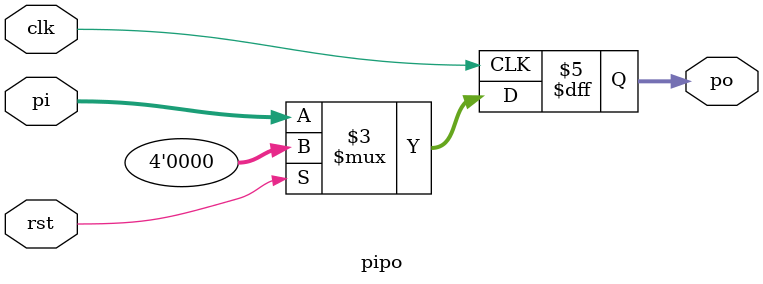
<source format=v>
module pipo (clk, rst, pi, po);
input clk ,rst ;
input [3:0] pi;
output reg [3:0] po;
wire [3:0] pi;
always @ (posedge clk)
begin
if (rst)
po <=4'b0000;
else 
po<=pi;
end
endmodule 


</source>
